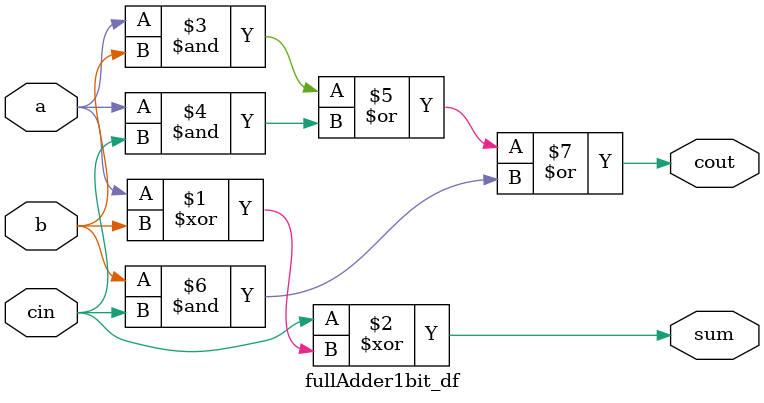
<source format=v>
module fullAdder1bit_df(a,b,cin,sum,cout);
    input a,b,cin;
    output sum,cout;
    assign sum=cin^(a^b), cout=(a&b)|(a&cin)|(b&cin);
endmodule

// module testbench;
//     reg a,b,cin;
//     wire sum,cout;
//     fullAdder1bit_df fa(a,b,cin,sum,cout);
//     initial
//         begin
//             $monitor(,$time," a, b, cin, sum, cout = %b %b %b %b %b", a,b,cin,sum,cout);
//             #0 a=1'b0; b=1'b0; cin=1'b0;
//             #5 a=1'b0; b=1'b0; cin=1'b1;
//             #5 a=1'b0; b=1'b1; cin=1'b0;
//             #5 a=1'b0; b=1'b1; cin=1'b1;
//             #5 a=1'b1; b=1'b0; cin=1'b0;
//             #5 a=1'b1; b=1'b0; cin=1'b1;
//             #5 a=1'b1; b=1'b1; cin=1'b0;
//             #5 a=1'b1; b=1'b1; cin=1'b1;
//             #100 $finish;
//         end
// endmodule
</source>
